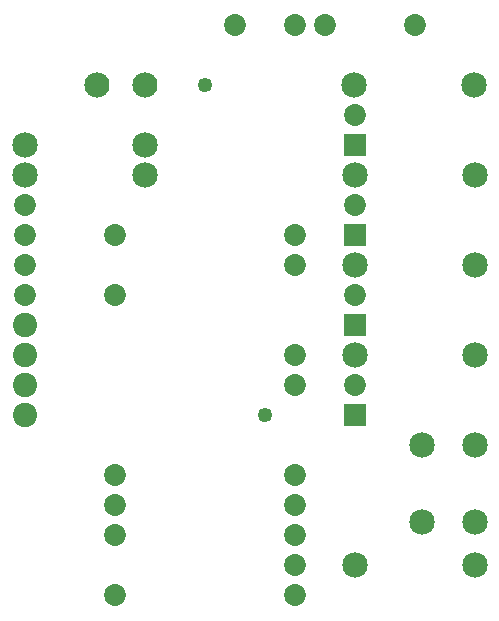
<source format=gts>
G04 MADE WITH FRITZING*
G04 WWW.FRITZING.ORG*
G04 DOUBLE SIDED*
G04 HOLES PLATED*
G04 CONTOUR ON CENTER OF CONTOUR VECTOR*
%ASAXBY*%
%FSLAX23Y23*%
%MOIN*%
%OFA0B0*%
%SFA1.0B1.0*%
%ADD10C,0.072992*%
%ADD11C,0.049370*%
%ADD12C,0.084000*%
%ADD13C,0.085000*%
%ADD14C,0.081000*%
%ADD15C,0.080972*%
%ADD16R,0.072992X0.072992*%
%LNMASK1*%
G90*
G70*
G54D10*
X607Y1305D03*
X307Y1105D03*
X307Y1405D03*
X307Y1205D03*
X307Y1305D03*
X607Y105D03*
X607Y405D03*
X607Y505D03*
X607Y1105D03*
X1207Y205D03*
X1207Y305D03*
X1207Y405D03*
X1207Y505D03*
X1207Y805D03*
X1207Y105D03*
X1207Y905D03*
X1207Y1205D03*
X1207Y1305D03*
X1607Y2005D03*
X1307Y2005D03*
X1207Y2005D03*
X1007Y2005D03*
X607Y305D03*
G54D11*
X907Y1805D03*
X1107Y705D03*
G54D12*
X549Y1805D03*
X707Y1805D03*
X549Y1805D03*
X707Y1805D03*
G54D13*
X1407Y205D03*
X1807Y205D03*
X307Y1605D03*
X707Y1605D03*
X1407Y905D03*
X1807Y905D03*
X707Y1505D03*
X307Y1505D03*
X1407Y1205D03*
X1807Y1205D03*
X1407Y1505D03*
X1807Y1505D03*
X1405Y1805D03*
X1805Y1805D03*
G54D10*
X1407Y706D03*
X1407Y805D03*
X1407Y1006D03*
X1407Y1105D03*
X1407Y1306D03*
X1407Y1405D03*
X1407Y1606D03*
X1407Y1705D03*
G54D13*
X1807Y605D03*
X1807Y349D03*
X1630Y605D03*
X1630Y349D03*
G54D14*
X307Y1005D03*
X307Y905D03*
G54D15*
X307Y805D03*
X307Y705D03*
G54D16*
X1407Y706D03*
X1407Y1006D03*
X1407Y1306D03*
X1407Y1606D03*
G04 End of Mask1*
M02*
</source>
